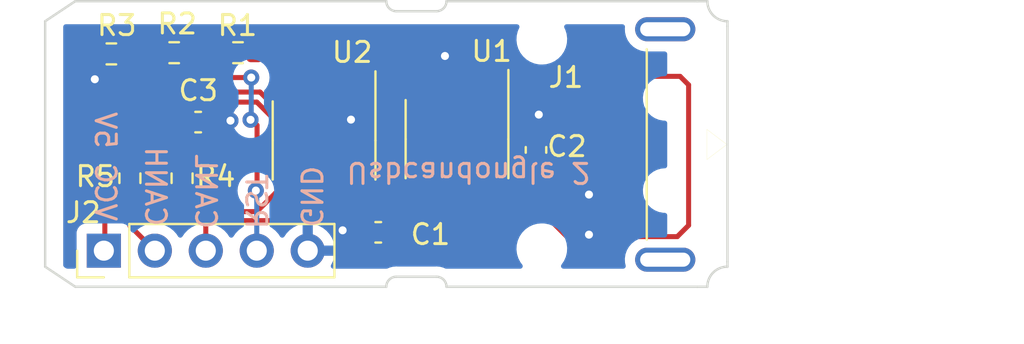
<source format=kicad_pcb>
(kicad_pcb (version 20211014) (generator pcbnew)
  (layers (0 "F.Cu" signal) (31 "B.Cu" signal) (34 "B.Paste" user) (35 "F.Paste" user) (36 "B.SilkS" user "B.Silkscreen") (37 "F.SilkS" user "F.Silkscreen") (38 "B.Mask" user) (39 "F.Mask" user) (44 "Edge.Cuts" user))
  (net 0 "")
  (net 2 "Net-(R1-Pad1)")
  (net 3 "/5V")
  (net 4 "/GND")
  (net 5 "Net-(C2-Pad1)")
  (net 6 "Net-(C3-Pad1)")
  (net 7 "/U-")
  (net 8 "/U+")
  (net 9 "Net-(U1-Pad6)")
  (net 10 "Net-(U1-Pad7)")
  (net 11 "/CANH")
  (net 12 "/CANL")
  (net 13 "/RTS")
  (net 14 "Net-(R2-Pad2)")
  (footprint "Connector_PinHeader_2.54mm:PinHeader_1x05_P2.54mm_Vertical" (layer "F.Cu") (at 133.925 105.7 90)
    (fp_text reference "J2" (at 1.9 -1.025 180) (layer "F.SilkS"))
    (fp_text value "Conn_01x05")
    (fp_line (start -1.33 1.27) (end 1.33 1.27) (layer "F.SilkS") (width 0.12))
    (fp_line (start -1.33 0) (end -1.33 -1.33) (layer "F.SilkS") (width 0.12))
    (fp_line (start -1.33 1.27) (end -1.33 11.49) (layer "F.SilkS") (width 0.12))
    (fp_line (start 1.33 1.27) (end 1.33 11.49) (layer "F.SilkS") (width 0.12))
    (fp_line (start -1.33 -1.33) (end 0 -1.33) (layer "F.SilkS") (width 0.12))
    (fp_line (start -1.33 11.49) (end 1.33 11.49) (layer "F.SilkS") (width 0.12))
    (pad "1" thru_hole rect (at 0 0 90) (size 1.7 1.7) (drill 1) (layers *.Cu *.Mask) (net 3 "/5V"))
    (pad "2" thru_hole oval (at 0 2.54 90) (size 1.7 1.7) (drill 1) (layers *.Cu *.Mask) (net 11 "/CANH"))
    (pad "3" thru_hole oval (at 0 5.08 90) (size 1.7 1.7) (drill 1) (layers *.Cu *.Mask) (net 12 "/CANL"))
    (pad "4" thru_hole oval (at 0 7.62 90) (size 1.7 1.7) (drill 1) (layers *.Cu *.Mask) (net 13 "/RTS"))
    (pad "5" thru_hole oval (at 0 10.16 90) (size 1.7 1.7) (drill 1) (layers *.Cu *.Mask) (net 4 "/GND"))
  )
  (footprint "Resistor_SMD:R_0603_1608Metric" (layer "F.Cu") (at 137.43 95.82 180)
    (fp_text reference "R2" (at -0.15 1.44) (layer "F.SilkS"))
    (fp_text value "1k2")
    (fp_line (start -0.237258 -0.5225) (end 0.237258 -0.5225) (layer "F.SilkS") (width 0.12))
    (fp_line (start -0.237258 0.5225) (end 0.237258 0.5225) (layer "F.SilkS") (width 0.12))
    (pad "1" smd roundrect (at -0.825 0 180) (size 0.8 0.95) (layers "F.Cu" "F.Paste" "F.Mask") (net 13 "/RTS"))
    (pad "2" smd roundrect (at 0.825 0 180) (size 0.8 0.95) (layers "F.Cu" "F.Paste" "F.Mask") (net 14 "Net-(R2-Pad2)"))
  )
  (footprint "Fiducial:Fiducial_1mm_Mask2mm" (layer "F.Cu") (at 153.5 105.1)
    (fp_text reference "FID3" hide)
    (fp_text value "Fiducial" hide)
    (pad "" smd circle (at 0 0) (size 1 1) (layers "F.Cu" "F.Mask") (clearance 0.5))
  )
  (footprint "Resistor_SMD:R_0603_1608Metric" (layer "F.Cu") (at 135.223933 102.083933 90)
    (fp_text reference "R5" (at 0.083933 -1.723933 180) (layer "F.SilkS"))
    (fp_text value "1k2")
    (fp_line (start -0.237258 0.5225) (end 0.237258 0.5225) (layer "F.SilkS") (width 0.12))
    (fp_line (start -0.237258 -0.5225) (end 0.237258 -0.5225) (layer "F.SilkS") (width 0.12))
    (pad "1" smd roundrect (at -0.825 0 90) (size 0.8 0.95) (layers "F.Cu" "F.Paste" "F.Mask") (net 11 "/CANH"))
    (pad "2" smd roundrect (at 0.825 0 90) (size 0.8 0.95) (layers "F.Cu" "F.Paste" "F.Mask") (net 6 "Net-(C3-Pad1)"))
  )
  (footprint "Package_SO:SOP-8_3.9x4.9mm_P1.27mm" (layer "F.Cu") (at 144.9 100.2 -90)
    (fp_text reference "U2" (at -4.4 -1.4 180) (layer "F.SilkS"))
    (fp_text value "TJA1040T/CM")
    (fp_line (start 0 2.56) (end -1.95 2.56) (layer "F.SilkS") (width 0.12))
    (fp_line (start 0 -2.56) (end -3.45 -2.56) (layer "F.SilkS") (width 0.12))
    (fp_line (start 0 -2.56) (end 1.95 -2.56) (layer "F.SilkS") (width 0.12))
    (fp_line (start 0 2.56) (end 1.95 2.56) (layer "F.SilkS") (width 0.12))
    (pad "1" smd roundrect (at -2.625 -1.905 270) (size 1.65 0.6) (layers "F.Cu" "F.Paste" "F.Mask") (net 9 "Net-(U1-Pad6)"))
    (pad "2" smd roundrect (at -2.625 -0.635 270) (size 1.65 0.6) (layers "F.Cu" "F.Paste" "F.Mask") (net 4 "/GND"))
    (pad "3" smd roundrect (at -2.625 0.635 270) (size 1.65 0.6) (layers "F.Cu" "F.Paste" "F.Mask") (net 3 "/5V"))
    (pad "4" smd roundrect (at -2.625 1.905 270) (size 1.65 0.6) (layers "F.Cu" "F.Paste" "F.Mask") (net 10 "Net-(U1-Pad7)"))
    (pad "5" smd roundrect (at 2.625 1.905 270) (size 1.65 0.6) (layers "F.Cu" "F.Paste" "F.Mask") (net 6 "Net-(C3-Pad1)"))
    (pad "6" smd roundrect (at 2.625 0.635 270) (size 1.65 0.6) (layers "F.Cu" "F.Paste" "F.Mask") (net 12 "/CANL"))
    (pad "7" smd roundrect (at 2.625 -0.635 270) (size 1.65 0.6) (layers "F.Cu" "F.Paste" "F.Mask") (net 11 "/CANH"))
    (pad "8" smd roundrect (at 2.625 -1.905 270) (size 1.65 0.6) (layers "F.Cu" "F.Paste" "F.Mask") (net 4 "/GND"))
  )
  (footprint "Capacitor_SMD:C_0603_1608Metric" (layer "F.Cu") (at 155.46 100.67 90)
    (fp_text reference "C2" (at 0.17 1.54 180) (layer "F.SilkS"))
    (fp_text value "100n")
    (fp_line (start -0.14058 -0.51) (end 0.14058 -0.51) (layer "F.SilkS") (width 0.12))
    (fp_line (start -0.14058 0.51) (end 0.14058 0.51) (layer "F.SilkS") (width 0.12))
    (pad "1" smd roundrect (at -0.775 0 90) (size 0.9 0.95) (layers "F.Cu" "F.Paste" "F.Mask") (net 5 "Net-(C2-Pad1)"))
    (pad "2" smd roundrect (at 0.775 0 90) (size 0.9 0.95) (layers "F.Cu" "F.Paste" "F.Mask") (net 4 "/GND"))
  )
  (footprint "Package_SO:SO-8_3.9x4.9mm_P1.27mm" (layer "F.Cu") (at 151.523933 100.133933 -90)
    (fp_text reference "U1" (at -4.383933 -1.726067 180) (layer "F.SilkS"))
    (fp_text value "CH340N")
    (fp_line (start 0 2.56) (end -1.95 2.56) (layer "F.SilkS") (width 0.12))
    (fp_line (start 0 -2.56) (end -3.45 -2.56) (layer "F.SilkS") (width 0.12))
    (fp_line (start 0 -2.56) (end 1.95 -2.56) (layer "F.SilkS") (width 0.12))
    (fp_line (start 0 2.56) (end 1.95 2.56) (layer "F.SilkS") (width 0.12))
    (pad "1" smd roundrect (at -2.575 -1.905 270) (size 1.75 0.6) (layers "F.Cu" "F.Paste" "F.Mask") (net 8 "/U+"))
    (pad "2" smd roundrect (at -2.575 -0.635 270) (size 1.75 0.6) (layers "F.Cu" "F.Paste" "F.Mask") (net 7 "/U-"))
    (pad "3" smd roundrect (at -2.575 0.635 270) (size 1.75 0.6) (layers "F.Cu" "F.Paste" "F.Mask") (net 4 "/GND"))
    (pad "4" smd roundrect (at -2.575 1.905 270) (size 1.75 0.6) (layers "F.Cu" "F.Paste" "F.Mask") (net 2 "Net-(R1-Pad1)"))
    (pad "5" smd roundrect (at 2.575 1.905 270) (size 1.75 0.6) (layers "F.Cu" "F.Paste" "F.Mask") (net 3 "/5V"))
    (pad "6" smd roundrect (at 2.575 0.635 270) (size 1.75 0.6) (layers "F.Cu" "F.Paste" "F.Mask") (net 9 "Net-(U1-Pad6)"))
    (pad "7" smd roundrect (at 2.575 -0.635 270) (size 1.75 0.6) (layers "F.Cu" "F.Paste" "F.Mask") (net 10 "Net-(U1-Pad7)"))
    (pad "8" smd roundrect (at 2.575 -1.905 270) (size 1.75 0.6) (layers "F.Cu" "F.Paste" "F.Mask") (net 5 "Net-(C2-Pad1)"))
  )
  (footprint "Capacitor_SMD:C_0603_1608Metric" (layer "F.Cu") (at 138.623933 99.283933)
    (fp_text reference "C3" (at 0.006067 -1.573933) (layer "F.SilkS"))
    (fp_text value "470p/NP0")
    (fp_line (start -0.14058 -0.51) (end 0.14058 -0.51) (layer "F.SilkS") (width 0.12))
    (fp_line (start -0.14058 0.51) (end 0.14058 0.51) (layer "F.SilkS") (width 0.12))
    (pad "1" smd roundrect (at -0.775 0) (size 0.9 0.95) (layers "F.Cu" "F.Paste" "F.Mask") (net 6 "Net-(C3-Pad1)"))
    (pad "2" smd roundrect (at 0.775 0) (size 0.9 0.95) (layers "F.Cu" "F.Paste" "F.Mask") (net 4 "/GND"))
  )
  (footprint "tocc:pcbUsbPlug" (layer "F.Cu") (at 129 107.5)
    (fp_text reference "B1" hide)
    (fp_text value "pcb" hide)
    (fp_line (start 19 0) (end 3.5 0) (layer "Edge.Cuts") (width 0.12))
    (fp_line (start 2 -13.25) (end 2 -1) (layer "Edge.Cuts") (width 0.12))
    (fp_line (start 2 -1) (end 3.5 0) (layer "Edge.Cuts") (width 0.12))
    (fp_line (start 36 -1.25) (end 36 -13) (layer "Edge.Cuts") (width 0.12))
    (fp_line (start 36 -13) (end 36 -13.25) (layer "Edge.Cuts") (width 0.12))
    (fp_line (start 34.5 0) (end 35 0) (layer "Edge.Cuts") (width 0.12))
    (fp_line (start 36 -1) (end 36 -1.25) (layer "Edge.Cuts") (width 0.12))
    (fp_line (start 2 -13.25) (end 3.5 -14.25) (layer "Edge.Cuts") (width 0.12))
    (fp_line (start 21.5 -0.500001) (end 19.5 -0.5) (layer "Edge.Cuts") (width 0.12))
    (fp_line (start 34.5 -14.25) (end 22 -14.25) (layer "Edge.Cuts") (width 0.12))
    (fp_line (start 34.5 -14.25) (end 35 -14.25) (layer "Edge.Cuts") (width 0.12))
    (fp_line (start 19 -14.25) (end 3.5 -14.25) (layer "Edge.Cuts") (width 0.12))
    (fp_line (start 19.5 -13.75) (end 21.5 -13.750001) (layer "Edge.Cuts") (width 0.12))
    (fp_line (start 34.5 0) (end 22 0) (layer "Edge.Cuts") (width 0.12))
    (fp_arc (start 36 -13.25) (mid 35.292893 -13.542893) (end 35 -14.25) (layer "Edge.Cuts") (width 0.12))
    (fp_arc (start 21.5 -0.5) (mid 21.853553 -0.353553) (end 22 0) (layer "Edge.Cuts") (width 0.12))
    (fp_arc (start 19.5 -13.75) (mid 19.146447 -13.896447) (end 19 -14.25) (layer "Edge.Cuts") (width 0.12))
    (fp_arc (start 35 0) (mid 35.291093 -0.708907) (end 36 -1) (layer "Edge.Cuts") (width 0.12))
    (fp_arc (start 19 0) (mid 19.146447 -0.353553) (end 19.5 -0.5) (layer "Edge.Cuts") (width 0.12))
    (fp_arc (start 22 -14.25) (mid 21.853553 -13.896447) (end 21.5 -13.750001) (layer "Edge.Cuts") (width 0.12))
    (pad "" np_thru_hole circle (at 26.75 -12.35) (size 1.5 1.5) (drill 1.5) (layers F&B.Cu *.Mask))
    (pad "" np_thru_hole circle (at 26.75 -1.9) (size 1.5 1.5) (drill 1.5) (layers F&B.Cu *.Mask))
  )
  (footprint "Fiducial:Fiducial_1mm_Mask2mm" (layer "F.Cu") (at 132.9 98.9)
    (fp_text reference "FID1" hide)
    (fp_text value "Fiducial" hide)
    (pad "" smd circle (at 0 0) (size 1 1) (layers "F.Cu" "F.Mask") (clearance 0.5))
  )
  (footprint "Resistor_SMD:R_0603_1608Metric" (layer "F.Cu") (at 134.3 95.88 180)
    (fp_text reference "R3" (at -0.27 1.42) (layer "F.SilkS"))
    (fp_text value "1k2")
    (fp_line (start -0.237258 0.5225) (end 0.237258 0.5225) (layer "F.SilkS") (width 0.12))
    (fp_line (start -0.237258 -0.5225) (end 0.237258 -0.5225) (layer "F.SilkS") (width 0.12))
    (pad "1" smd roundrect (at -0.825 0 180) (size 0.8 0.95) (layers "F.Cu" "F.Paste" "F.Mask") (net 14 "Net-(R2-Pad2)"))
    (pad "2" smd roundrect (at 0.825 0 180) (size 0.8 0.95) (layers "F.Cu" "F.Paste" "F.Mask") (net 4 "/GND"))
  )
  (footprint "tocc:USBA-SHOUHAN-AM180" (layer "F.Cu") (at 159.48 100.4 90)
    (fp_text reference "J1" (at 3.35 -2.53 unlocked) (layer "F.SilkS"))
    (fp_text value "USB_A")
    (fp_line (start 0.75 4.5) (end -0.75 4.5) (layer "F.SilkS") (width 0.01))
    (fp_line (start -0.75 4.5) (end 0 5.49) (layer "F.SilkS") (width 0.01))
    (fp_line (start 0 5.49) (end 0.75 4.5) (layer "F.SilkS") (width 0.01))
    (fp_line (start -4.75 1.5) (end 4.75 1.5) (layer "F.SilkS") (width 0.12))
    (pad "" np_thru_hole circle (at -2.3 2.42 90) (size 1.2 1.2) (drill 1.2) (layers F&B.Cu *.Mask))
    (pad "" np_thru_hole circle (at 2.3 2.42 90) (size 1.2 1.2) (drill 1.2) (layers F&B.Cu *.Mask))
    (pad "1" smd roundrect (at 3.5 0 90) (size 1.1 2.5) (layers "F.Cu" "F.Paste" "F.Mask") (net 3 "/5V"))
    (pad "2" smd roundrect (at 1 0 90) (size 1.1 2.5) (layers "F.Cu" "F.Paste" "F.Mask") (net 7 "/U-"))
    (pad "3" smd roundrect (at -1 0 90) (size 1.1 2.5) (layers "F.Cu" "F.Paste" "F.Mask") (net 8 "/U+"))
    (pad "4" smd roundrect (at -3.5 0 90) (size 1.1 2.5) (layers "F.Cu" "F.Paste" "F.Mask") (net 4 "/GND"))
    (pad "5" thru_hole oval (at -5.75 2.42 90) (size 1.2 3) (drill oval 0.7 2.5) (layers *.Cu *.Mask))
    (pad "6" thru_hole oval (at 5.75 2.42 90) (size 1.2 3) (drill oval 0.7 2.5) (layers *.Cu *.Mask))
  )
  (footprint "Fiducial:Fiducial_1mm_Mask2mm" (layer "F.Cu") (at 158.3 95.2)
    (fp_text reference "FID2" hide)
    (fp_text value "Fiducial" hide)
    (pad "" smd circle (at 0 0) (size 1 1) (layers "F.Cu" "F.Mask") (clearance 0.5))
  )
  (footprint "Capacitor_SMD:C_0603_1608Metric" (layer "F.Cu") (at 147.598933 104.783933 180)
    (fp_text reference "C1" (at -2.601067 -0.106067) (layer "F.SilkS"))
    (fp_text value "100n")
    (fp_line (start -0.14058 -0.51) (end 0.14058 -0.51) (layer "F.SilkS") (width 0.12))
    (fp_line (start -0.14058 0.51) (end 0.14058 0.51) (layer "F.SilkS") (width 0.12))
    (pad "1" smd roundrect (at -0.775 0 180) (size 0.9 0.95) (layers "F.Cu" "F.Paste" "F.Mask") (net 3 "/5V"))
    (pad "2" smd roundrect (at 0.775 0 180) (size 0.9 0.95) (layers "F.Cu" "F.Paste" "F.Mask") (net 4 "/GND"))
  )
  (footprint "Resistor_SMD:R_0603_1608Metric" (layer "F.Cu") (at 140.61 95.82 180)
    (fp_text reference "R1" (at 0.03 1.36) (layer "F.SilkS"))
    (fp_text value "1k2")
    (fp_line (start -0.237258 0.5225) (end 0.237258 0.5225) (layer "F.SilkS") (width 0.12))
    (fp_line (start -0.237258 -0.5225) (end 0.237258 -0.5225) (layer "F.SilkS") (width 0.12))
    (pad "1" smd roundrect (at -0.825 0 180) (size 0.8 0.95) (layers "F.Cu" "F.Paste" "F.Mask") (net 2 "Net-(R1-Pad1)"))
    (pad "2" smd roundrect (at 0.825 0 180) (size 0.8 0.95) (layers "F.Cu" "F.Paste" "F.Mask") (net 13 "/RTS"))
  )
  (footprint "Resistor_SMD:R_0603_1608Metric" (layer "F.Cu") (at 137.823933 102.083933 90)
    (fp_text reference "R4" (at 0.083933 1.676067 180) (layer "F.SilkS"))
    (fp_text value "1k2")
    (fp_line (start -0.237258 0.5225) (end 0.237258 0.5225) (layer "F.SilkS") (width 0.12))
    (fp_line (start -0.237258 -0.5225) (end 0.237258 -0.5225) (layer "F.SilkS") (width 0.12))
    (pad "1" smd roundrect (at -0.825 0 90) (size 0.8 0.95) (layers "F.Cu" "F.Paste" "F.Mask") (net 12 "/CANL"))
    (pad "2" smd roundrect (at 0.825 0 90) (size 0.8 0.95) (layers "F.Cu" "F.Paste" "F.Mask") (net 6 "Net-(C3-Pad1)"))
  )
  (gr_text "CANL" (at 139 102.75 270) (layer "B.SilkS") (effects (font (size 1 1)) (justify mirror)))
  (gr_text "CANH" (at 136.5 102.5 270) (layer "B.SilkS") (effects (font (size 1 1)) (justify mirror)))
  (gr_text "RST" (at 141.5 103.25 270) (layer "B.SilkS") (effects (font (size 1 1)) (justify mirror)))
  (gr_text "GND" (at 144.25 103 270) (layer "B.SilkS") (effects (font (size 1 1)) (justify mirror)))
  (gr_text "VCC 5V" (at 134 101.5 270) (layer "B.SilkS") (effects (font (size 1 1)) (justify mirror)))
  (gr_text "Usbcandongle 2" (at 152.1 101.8 180) (layer "B.SilkS") (effects (font (size 1 1)) (justify mirror)))
  (segment (start 149.618933 96.218933) (end 149.618933 97.558933) (width 0.25) (layer "F.Cu") (net 2))
  (segment (start 141.435 95.82) (end 149.22 95.82) (width 0.25) (layer "F.Cu") (net 2))
  (segment (start 149.22 95.82) (end 149.618933 96.218933) (width 0.25) (layer "F.Cu") (net 2))
  (segment (start 157.7 105.7) (end 159.4 105.7) (width 0.25) (layer "F.Cu") (net 3))
  (segment (start 149.618933 104.418933) (end 149.3 104.1) (width 0.25) (layer "F.Cu") (net 3))
  (segment (start 136.4655 97.7845) (end 141.6845 97.7845) (width 0.25) (layer "F.Cu") (net 3))
  (segment (start 149.618933 104.418933) (end 151.581067 104.418933) (width 0.25) (layer "F.Cu") (net 3))
  (segment (start 133.974432 100.275568) (end 136.4655 97.7845) (width 0.25) (layer "F.Cu") (net 3))
  (segment (start 151.581067 104.418933) (end 152.091567 103.908433) (width 0.25) (layer "F.Cu") (net 3))
  (segment (start 144.265 97.575) (end 144.265 98.935) (width 0.25) (layer "F.Cu") (net 3))
  (segment (start 141.707749 97.7845) (end 141.6845 97.7845) (width 0.25) (layer "F.Cu") (net 3))
  (segment (start 148.5 103.3) (end 148.5 101.59) (width 0.25) (layer "F.Cu") (net 3))
  (segment (start 146.794166 99.884166) (end 145.084166 99.884166) (width 0.25) (layer "F.Cu") (net 3))
  (segment (start 133.974432 105.744432) (end 133.974432 100.275568) (width 0.25) (layer "F.Cu") (net 3))
  (segment (start 149.253933 104.783933) (end 149.618933 104.418933) (width 0.25) (layer "F.Cu") (net 3))
  (segment (start 155.908433 103.908433) (end 157.7 105.7) (width 0.25) (layer "F.Cu") (net 3))
  (segment (start 148.373933 104.783933) (end 149.253933 104.783933) (width 0.25) (layer "F.Cu") (net 3))
  (segment (start 162.64 97) (end 159.67 97) (width 0.25) (layer "F.Cu") (net 3))
  (segment (start 163.065001 104.434999) (end 163.065001 97.425001) (width 0.25) (layer "F.Cu") (net 3))
  (segment (start 144.265 98.935) (end 144.2 99) (width 0.25) (layer "F.Cu") (net 3))
  (segment (start 162.5 105) (end 163.065001 104.434999) (width 0.25) (layer "F.Cu") (net 3))
  (segment (start 149.618933 103.881067) (end 149.618933 102.708933) (width 0.25) (layer "F.Cu") (net 3))
  (segment (start 149.3 104.1) (end 149.4 104.1) (width 0.25) (layer "F.Cu") (net 3))
  (segment (start 160.1 105) (end 162.5 105) (width 0.25) (layer "F.Cu") (net 3))
  (segment (start 149.4 104.1) (end 149.618933 103.881067) (width 0.25) (layer "F.Cu") (net 3))
  (segment (start 144.2 99) (end 142.923249 99) (width 0.25) (layer "F.Cu") (net 3))
  (segment (start 149.3 104.1) (end 148.5 103.3) (width 0.25) (layer "F.Cu") (net 3))
  (segment (start 145.084166 99.884166) (end 144.2 99) (width 0.25) (layer "F.Cu") (net 3))
  (segment (start 159.4 105.7) (end 160.1 105) (width 0.25) (layer "F.Cu") (net 3))
  (segment (start 148.5 101.59) (end 146.794166 99.884166) (width 0.25) (layer "F.Cu") (net 3))
  (segment (start 163.065001 97.425001) (end 162.64 97) (width 0.25) (layer "F.Cu") (net 3))
  (segment (start 152.091567 103.908433) (end 155.908433 103.908433) (width 0.25) (layer "F.Cu") (net 3))
  (segment (start 142.923249 99) (end 141.707749 97.7845) (width 0.25) (layer "F.Cu") (net 3))
  (segment (start 159.3 104.9) (end 159.48 104.72) (width 0.25) (layer "F.Cu") (net 4))
  (segment (start 146.240926 99.159666) (end 145.859666 99.159666) (width 0.25) (layer "F.Cu") (net 4))
  (segment (start 146.823933 102.843933) (end 146.805 102.825) (width 0.25) (layer "F.Cu") (net 4))
  (segment (start 133.475 95.88) (end 133.475 97.145) (width 0.25) (layer "F.Cu") (net 4))
  (segment (start 145.859666 99.159666) (end 145.535 98.835) (width 0.25) (layer "F.Cu") (net 4))
  (segment (start 155.46 99.895) (end 155.46 99.05) (width 0.25) (layer "F.Cu") (net 4))
  (segment (start 145.535 98.835) (end 145.535 97.575) (width 0.25) (layer "F.Cu") (net 4))
  (segment (start 150.888933 97.558933) (end 150.888933 96.018933) (width 0.25) (layer "F.Cu") (net 4))
  (segment (start 146.823933 104.783933) (end 145.923933 104.783933) (width 0.25) (layer "F.Cu") (net 4))
  (segment (start 150.888933 96.018933) (end 150.923933 95.983933) (width 0.25) (layer "F.Cu") (net 4))
  (segment (start 155.46 99.05) (end 155.6 98.91) (width 0.25) (layer "F.Cu") (net 4))
  (segment (start 139.398933 99.283933) (end 140.16295 99.283933) (width 0.25) (layer "F.Cu") (net 4))
  (segment (start 158.1 104.9) (end 159.3 104.9) (width 0.25) (layer "F.Cu") (net 4))
  (segment (start 159.48 104.72) (end 159.48 103.9) (width 0.25) (layer "F.Cu") (net 4))
  (segment (start 140.16295 99.283933) (end 140.236131 99.210752) (width 0.25) (layer "F.Cu") (net 4))
  (segment (start 159.48 103.08) (end 159.48 103.9) (width 0.25) (layer "F.Cu") (net 4))
  (segment (start 145.923933 104.783933) (end 145.823933 104.683933) (width 0.25) (layer "F.Cu") (net 4))
  (segment (start 159.3 102.9) (end 159.48 103.08) (width 0.25) (layer "F.Cu") (net 4))
  (segment (start 146.823933 104.783933) (end 146.823933 102.843933) (width 0.25) (layer "F.Cu") (net 4))
  (segment (start 158.1 102.9) (end 159.3 102.9) (width 0.25) (layer "F.Cu") (net 4))
  (via (at 133.475 97.145) (size 0.8) (drill 0.4) (layers "F.Cu" "B.Cu") (net 4))
  (via (at 146.240926 99.159666) (size 0.8) (drill 0.4) (layers "F.Cu" "B.Cu") (net 4))
  (via (at 145.823933 104.683933) (size 0.8) (drill 0.4) (layers "F.Cu" "B.Cu") (net 4))
  (via (at 158.1 102.9) (size 0.8) (drill 0.4) (layers "F.Cu" "B.Cu") (net 4))
  (via (at 150.923933 95.983933) (size 0.8) (drill 0.4) (layers "F.Cu" "B.Cu") (net 4))
  (via (at 158.1 104.9) (size 0.8) (drill 0.4) (layers "F.Cu" "B.Cu") (net 4))
  (via (at 155.6 98.91) (size 0.8) (drill 0.4) (layers "F.Cu" "B.Cu") (net 4))
  (via (at 140.236131 99.210752) (size 0.8) (drill 0.4) (layers "F.Cu" "B.Cu") (net 4))
  (segment (start 155.381067 102.608933) (end 155.46 102.53) (width 0.25) (layer "F.Cu") (net 5))
  (segment (start 153.528933 102.608933) (end 155.381067 102.608933) (width 0.25) (layer "F.Cu") (net 5))
  (segment (start 153.428933 102.708933) (end 153.528933 102.608933) (width 0.25) (layer "F.Cu") (net 5))
  (segment (start 155.46 102.53) (end 155.46 101.445) (width 0.25) (layer "F.Cu") (net 5))
  (segment (start 142.475 102.825) (end 142.995 102.825) (width 0.25) (layer "F.Cu") (net 6))
  (segment (start 137.823933 101.258933) (end 140.315 103.75) (width 0.25) (layer "F.Cu") (net 6))
  (segment (start 140.315 103.75) (end 141.55 103.75) (width 0.25) (layer "F.Cu") (net 6))
  (segment (start 141.55 103.75) (end 142.475 102.825) (width 0.25) (layer "F.Cu") (net 6))
  (segment (start 137.823933 101.258933) (end 135.223933 101.258933) (width 0.25) (layer "F.Cu") (net 6))
  (segment (start 137.823933 101.258933) (end 137.823933 99.308933) (width 0.25) (layer "F.Cu") (net 6))
  (segment (start 137.823933 99.308933) (end 137.848933 99.283933) (width 0.25) (layer "F.Cu") (net 6))
  (segment (start 159.57 99.4) (end 158.206397 99.4) (width 0.2) (layer "F.Cu") (net 7))
  (segment (start 152.316067 96.383933) (end 152.158933 96.541067) (width 0.2) (layer "F.Cu") (net 7))
  (segment (start 154.028933 97.108933) (end 154.028933 96.647537) (width 0.2) (layer "F.Cu") (net 7))
  (segment (start 154.028933 96.647537) (end 153.765329 96.383933) (width 0.2) (layer "F.Cu") (net 7))
  (segment (start 155.91533 97.108933) (end 154.028933 97.108933) (width 0.2) (layer "F.Cu") (net 7))
  (segment (start 152.158933 96.541067) (end 152.158933 97.558933) (width 0.2) (layer "F.Cu") (net 7))
  (segment (start 158.206397 99.4) (end 155.91533 97.108933) (width 0.2) (layer "F.Cu") (net 7))
  (segment (start 153.765329 96.383933) (end 152.316067 96.383933) (width 0.2) (layer "F.Cu") (net 7))
  (segment (start 155.57576 97.558933) (end 155.541067 97.558933) (width 0.2) (layer "F.Cu") (net 8))
  (segment (start 159.416827 101.4) (end 155.57576 97.558933) (width 0.2) (layer "F.Cu") (net 8))
  (segment (start 155.541067 97.558933) (end 153.428933 97.558933) (width 0.2) (layer "F.Cu") (net 8))
  (segment (start 159.48 101.4) (end 159.416827 101.4) (width 0.2) (layer "F.Cu") (net 8))
  (segment (start 146.805 97.575) (end 146.805 98.705) (width 0.25) (layer "F.Cu") (net 9))
  (segment (start 146.805 98.705) (end 149.3 101.2) (width 0.25) (layer "F.Cu") (net 9))
  (segment (start 150.677866 101.2) (end 150.888933 101.411067) (width 0.25) (layer "F.Cu") (net 9))
  (segment (start 149.3 101.2) (end 150.677866 101.2) (width 0.25) (layer "F.Cu") (net 9))
  (segment (start 150.888933 101.411067) (end 150.888933 102.708933) (width 0.25) (layer "F.Cu") (net 9))
  (segment (start 147.229501 96.269501) (end 143.230499 96.269501) (width 0.25) (layer "F.Cu") (net 10))
  (segment (start 147.553933 96.593933) (end 147.229501 96.269501) (width 0.25) (layer "F.Cu") (net 10))
  (segment (start 150.9 100.8) (end 147.553933 97.453933) (width 0.25) (layer "F.Cu") (net 10))
  (segment (start 143.230499 96.269501) (end 142.995 96.505) (width 0.25) (layer "F.Cu") (net 10))
  (segment (start 151.7 100.8) (end 150.9 100.8) (width 0.25) (layer "F.Cu") (net 10))
  (segment (start 152.158933 102.708933) (end 152.158933 101.258933) (width 0.25) (layer "F.Cu") (net 10))
  (segment (start 142.995 96.505) (end 142.995 97.575) (width 0.25) (layer "F.Cu") (net 10))
  (segment (start 147.553933 97.453933) (end 147.553933 96.593933) (width 0.25) (layer "F.Cu") (net 10))
  (segment (start 152.158933 101.258933) (end 151.7 100.8) (width 0.25) (layer "F.Cu") (net 10))
  (segment (start 135.223933 102.908933) (end 135.223933 104.458933) (width 0.25) (layer "F.Cu") (net 11))
  (segment (start 143.258434 99.458434) (end 142.722744 99.458434) (width 0.25) (layer "F.Cu") (net 11))
  (segment (start 145.535 101.735) (end 143.258434 99.458434) (width 0.25) (layer "F.Cu") (net 11))
  (segment (start 135.223933 104.458933) (end 136.465 105.7) (width 0.25) (layer "F.Cu") (net 11))
  (segment (start 145.535 102.825) (end 145.535 101.735) (width 0.25) (layer "F.Cu") (net 11))
  (segment (start 134.423933 100.841471) (end 136.979215 98.286189) (width 0.25) (layer "F.Cu") (net 11))
  (segment (start 136.979215 98.286189) (end 141.550499 98.286189) (width 0.25) (layer "F.Cu") (net 11))
  (segment (start 134.423933 102.108933) (end 134.423933 100.841471) (width 0.25) (layer "F.Cu") (net 11))
  (segment (start 135.223933 102.908933) (end 134.423933 102.108933) (width 0.25) (layer "F.Cu") (net 11))
  (segment (start 142.722744 99.458434) (end 141.550499 98.286189) (width 0.25) (layer "F.Cu") (net 11))
  (segment (start 139.005 105.7) (end 139.005 104.309002) (width 0.25) (layer "F.Cu") (net 12))
  (segment (start 138.873933 103.958933) (end 139.114501 104.199501) (width 0.25) (layer "F.Cu") (net 12))
  (segment (start 144.265 104.035) (end 144.265 102.825) (width 0.25) (layer "F.Cu") (net 12))
  (segment (start 144.100499 104.199501) (end 144.265 104.035) (width 0.25) (layer "F.Cu") (net 12))
  (segment (start 139.09 104.175) (end 138.873933 103.958933) (width 0.25) (layer "F.Cu") (net 12))
  (segment (start 137.823933 102.908933) (end 138.873933 103.958933) (width 0.25) (layer "F.Cu") (net 12))
  (segment (start 139.005 104.309002) (end 139.114501 104.199501) (width 0.25) (layer "F.Cu") (net 12))
  (segment (start 139.114501 104.199501) (end 144.100499 104.199501) (width 0.25) (layer "F.Cu") (net 12))
  (segment (start 141.453215 99.335637) (end 141.56 99.442422) (width 0.25) (layer "F.Cu") (net 13))
  (segment (start 138.255 95.82) (end 139.02 95.82) (width 0.25) (layer "F.Cu") (net 13))
  (segment (start 139.02 95.82) (end 139.02 96.52) (width 0.25) (layer "F.Cu") (net 13))
  (segment (start 139.56 97.06) (end 141.27 97.06) (width 0.25) (layer "F.Cu") (net 13))
  (segment (start 139.02 95.82) (end 139.785 95.82) (width 0.25) (layer "F.Cu") (net 13))
  (segment (start 139.02 96.52) (end 139.56 97.06) (width 0.25) (layer "F.Cu") (net 13))
  (segment (start 141.56 99.442422) (end 141.56 102.68218) (width 0.25) (layer "F.Cu") (net 13))
  (via (at 141.234715 99.167911) (size 0.8) (drill 0.4) (layers "F.Cu" "B.Cu") (net 13))
  (via (at 141.5 102.7) (size 0.8) (drill 0.4) (layers "F.Cu" "B.Cu") (net 13))
  (via (at 141.27 97.06) (size 0.8) (drill 0.4) (layers "F.Cu" "B.Cu") (net 13))
  (segment (start 141.27 99.132626) (end 141.234715 99.167911) (width 0.25) (layer "B.Cu") (net 13))
  (segment (start 141.27 97.06) (end 141.27 99.132626) (width 0.25) (layer "B.Cu") (net 13))
  (segment (start 141.545 102.85382) (end 141.545 105.7) (width 0.25) (layer "B.Cu") (net 13))
  (segment (start 136.545 95.88) (end 136.605 95.82) (width 0.25) (layer "F.Cu") (net 14))
  (segment (start 135.125 95.88) (end 136.545 95.88) (width 0.25) (layer "F.Cu") (net 14))
  (zone (net 4) (net_name "/GND") (layer "B.Cu") (connect_pads (clearance 0.508)) (min_thickness 0.254) (fill yes (thermal_gap 0.508) (thermal_bridge_width 0.508))
    (polygon (pts (xy 162 106.6) (xy 131.9 106.6) (xy 131.9 94.4) (xy 162 94.4)))
  )
)
</source>
